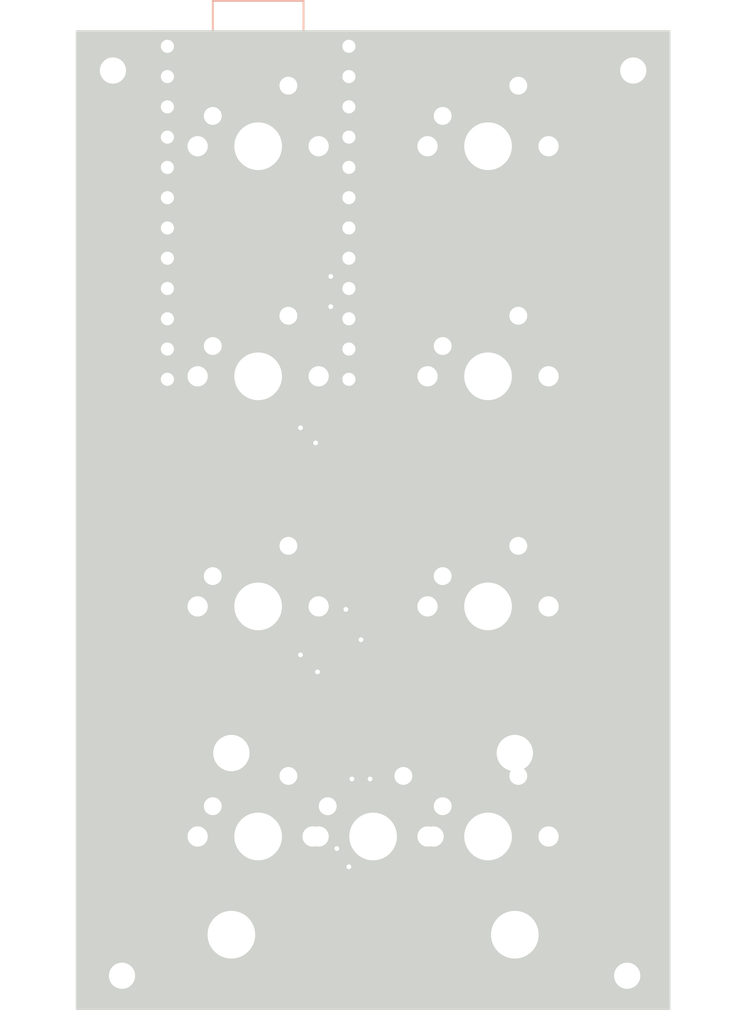
<source format=kicad_pcb>
(kicad_pcb (version 20171130) (host pcbnew "(5.0.1)-3")

  (general
    (thickness 1.6)
    (drawings 8)
    (tracks 159)
    (zones 0)
    (modules 24)
    (nets 34)
  )

  (page A4)
  (layers
    (0 F.Cu signal)
    (31 B.Cu signal)
    (32 B.Adhes user)
    (33 F.Adhes user)
    (34 B.Paste user)
    (35 F.Paste user)
    (36 B.SilkS user)
    (37 F.SilkS user)
    (38 B.Mask user)
    (39 F.Mask user)
    (40 Dwgs.User user)
    (41 Cmts.User user)
    (42 Eco1.User user)
    (43 Eco2.User user)
    (44 Edge.Cuts user hide)
    (45 Margin user)
    (46 B.CrtYd user)
    (47 F.CrtYd user)
    (48 B.Fab user)
    (49 F.Fab user)
  )

  (setup
    (last_trace_width 0.25)
    (trace_clearance 0.2)
    (zone_clearance 0.508)
    (zone_45_only no)
    (trace_min 0.2)
    (segment_width 0.2)
    (edge_width 0.15)
    (via_size 0.8)
    (via_drill 0.4)
    (via_min_size 0.4)
    (via_min_drill 0.3)
    (uvia_size 0.3)
    (uvia_drill 0.1)
    (uvias_allowed no)
    (uvia_min_size 0.2)
    (uvia_min_drill 0.1)
    (pcb_text_width 0.3)
    (pcb_text_size 1.5 1.5)
    (mod_edge_width 0.15)
    (mod_text_size 1 1)
    (mod_text_width 0.15)
    (pad_size 1.524 1.524)
    (pad_drill 0.762)
    (pad_to_mask_clearance 0.051)
    (solder_mask_min_width 0.25)
    (aux_axis_origin 0 0)
    (grid_origin 0.09375 0.09375)
    (visible_elements 7FFFFFFF)
    (pcbplotparams
      (layerselection 0x010fc_ffffffff)
      (usegerberextensions true)
      (usegerberattributes false)
      (usegerberadvancedattributes false)
      (creategerberjobfile false)
      (excludeedgelayer true)
      (linewidth 0.100000)
      (plotframeref false)
      (viasonmask false)
      (mode 1)
      (useauxorigin false)
      (hpglpennumber 1)
      (hpglpenspeed 20)
      (hpglpendiameter 15.000000)
      (psnegative false)
      (psa4output false)
      (plotreference true)
      (plotvalue true)
      (plotinvisibletext false)
      (padsonsilk false)
      (subtractmaskfromsilk false)
      (outputformat 1)
      (mirror false)
      (drillshape 0)
      (scaleselection 1)
      (outputdirectory "8SticcGerber/"))
  )

  (net 0 "")
  (net 1 "Net-(D1-Pad2)")
  (net 2 "Net-(D2-Pad2)")
  (net 3 "Net-(D3-Pad2)")
  (net 4 "Net-(D4-Pad2)")
  (net 5 "Net-(D5-Pad2)")
  (net 6 "Net-(D6-Pad2)")
  (net 7 "Net-(D7-Pad2)")
  (net 8 "Net-(D8-Pad2)")
  (net 9 "Net-(MCU1-Pad1)")
  (net 10 "Net-(MCU1-Pad2)")
  (net 11 "Net-(MCU1-Pad3)")
  (net 12 "Net-(MCU1-Pad4)")
  (net 13 "Net-(MCU1-Pad5)")
  (net 14 "Net-(MCU1-Pad6)")
  (net 15 "Net-(MCU1-Pad13)")
  (net 16 "Net-(MCU1-Pad14)")
  (net 17 "Net-(MCU1-Pad15)")
  (net 18 "Net-(MCU1-Pad16)")
  (net 19 "Net-(MCU1-Pad17)")
  (net 20 "Net-(MCU1-Pad18)")
  (net 21 "Net-(MCU1-Pad19)")
  (net 22 "Net-(MCU1-Pad20)")
  (net 23 "Net-(MCU1-Pad21)")
  (net 24 "Net-(MCU1-Pad22)")
  (net 25 "Net-(MCU1-Pad23)")
  (net 26 "Net-(MCU1-Pad24)")
  (net 27 /ROW0)
  (net 28 /ROW1)
  (net 29 /ROW2)
  (net 30 /ROW3)
  (net 31 /COL0)
  (net 32 "Net-(K2-Pad1)")
  (net 33 "Net-(D9-Pad2)")

  (net_class Default "This is the default net class."
    (clearance 0.2)
    (trace_width 0.25)
    (via_dia 0.8)
    (via_drill 0.4)
    (uvia_dia 0.3)
    (uvia_drill 0.1)
    (add_net /COL0)
    (add_net /ROW0)
    (add_net /ROW1)
    (add_net /ROW2)
    (add_net /ROW3)
    (add_net "Net-(D1-Pad2)")
    (add_net "Net-(D2-Pad2)")
    (add_net "Net-(D3-Pad2)")
    (add_net "Net-(D4-Pad2)")
    (add_net "Net-(D5-Pad2)")
    (add_net "Net-(D6-Pad2)")
    (add_net "Net-(D7-Pad2)")
    (add_net "Net-(D8-Pad2)")
    (add_net "Net-(D9-Pad2)")
    (add_net "Net-(K2-Pad1)")
    (add_net "Net-(MCU1-Pad1)")
    (add_net "Net-(MCU1-Pad13)")
    (add_net "Net-(MCU1-Pad14)")
    (add_net "Net-(MCU1-Pad15)")
    (add_net "Net-(MCU1-Pad16)")
    (add_net "Net-(MCU1-Pad17)")
    (add_net "Net-(MCU1-Pad18)")
    (add_net "Net-(MCU1-Pad19)")
    (add_net "Net-(MCU1-Pad2)")
    (add_net "Net-(MCU1-Pad20)")
    (add_net "Net-(MCU1-Pad21)")
    (add_net "Net-(MCU1-Pad22)")
    (add_net "Net-(MCU1-Pad23)")
    (add_net "Net-(MCU1-Pad24)")
    (add_net "Net-(MCU1-Pad3)")
    (add_net "Net-(MCU1-Pad4)")
    (add_net "Net-(MCU1-Pad5)")
    (add_net "Net-(MCU1-Pad6)")
  )

  (module Button_Switch_Keyboard:SW_Cherry_MX1A_2.00u_PCB (layer F.Cu) (tedit 5A02FE24) (tstamp 5C124979)
    (at 123.02975 128.36375)
    (descr "Cherry MX keyswitch, MX1A, 2.00u, PCB mount, http://cherryamericas.com/wp-content/uploads/2014/12/mx_cat.pdf")
    (tags "cherry mx keyswitch MX1A 2.00u PCB")
    (path /5C05BA91)
    (fp_text reference K9 (at -2.54 -2.794) (layer F.SilkS)
      (effects (font (size 1 1) (thickness 0.15)))
    )
    (fp_text value KEYSW (at -2.54 12.954) (layer F.Fab)
      (effects (font (size 1 1) (thickness 0.15)))
    )
    (fp_text user %R (at -2.54 -2.794) (layer F.Fab)
      (effects (font (size 1 1) (thickness 0.15)))
    )
    (fp_line (start -8.89 -1.27) (end 3.81 -1.27) (layer F.Fab) (width 0.15))
    (fp_line (start 3.81 -1.27) (end 3.81 11.43) (layer F.Fab) (width 0.15))
    (fp_line (start 3.81 11.43) (end -8.89 11.43) (layer F.Fab) (width 0.15))
    (fp_line (start -8.89 11.43) (end -8.89 -1.27) (layer F.Fab) (width 0.15))
    (fp_line (start -9.14 11.68) (end -9.14 -1.52) (layer F.CrtYd) (width 0.05))
    (fp_line (start 4.06 11.68) (end -9.14 11.68) (layer F.CrtYd) (width 0.05))
    (fp_line (start 4.06 -1.52) (end 4.06 11.68) (layer F.CrtYd) (width 0.05))
    (fp_line (start -9.14 -1.52) (end 4.06 -1.52) (layer F.CrtYd) (width 0.05))
    (fp_line (start -21.59 -4.445) (end 16.51 -4.445) (layer Dwgs.User) (width 0.15))
    (fp_line (start 16.51 -4.445) (end 16.51 14.605) (layer Dwgs.User) (width 0.15))
    (fp_line (start 16.51 14.605) (end -21.59 14.605) (layer Dwgs.User) (width 0.15))
    (fp_line (start -21.59 14.605) (end -21.59 -4.445) (layer Dwgs.User) (width 0.15))
    (fp_line (start -9.525 -1.905) (end 4.445 -1.905) (layer F.SilkS) (width 0.12))
    (fp_line (start 4.445 -1.905) (end 4.445 12.065) (layer F.SilkS) (width 0.12))
    (fp_line (start 4.445 12.065) (end -9.525 12.065) (layer F.SilkS) (width 0.12))
    (fp_line (start -9.525 12.065) (end -9.525 -1.905) (layer F.SilkS) (width 0.12))
    (pad 1 thru_hole circle (at 0 0) (size 2.2 2.2) (drill 1.5) (layers *.Cu *.Mask)
      (net 31 /COL0))
    (pad 2 thru_hole circle (at -6.35 2.54) (size 2.2 2.2) (drill 1.5) (layers *.Cu *.Mask)
      (net 33 "Net-(D9-Pad2)"))
    (pad "" np_thru_hole circle (at -2.54 5.08) (size 4 4) (drill 4) (layers *.Cu *.Mask))
    (pad "" np_thru_hole circle (at -7.62 5.08) (size 1.7 1.7) (drill 1.7) (layers *.Cu *.Mask))
    (pad "" np_thru_hole circle (at 2.54 5.08) (size 1.7 1.7) (drill 1.7) (layers *.Cu *.Mask))
    (pad "" np_thru_hole circle (at 9.36 13.32) (size 4 4) (drill 4) (layers *.Cu *.Mask))
    (pad "" np_thru_hole circle (at -14.44 13.32) (size 4 4) (drill 4) (layers *.Cu *.Mask))
    (pad "" np_thru_hole circle (at -14.44 -1.92) (size 3.05 3.05) (drill 3.05) (layers *.Cu *.Mask))
    (pad "" np_thru_hole circle (at 9.36 -1.92) (size 3.05 3.05) (drill 3.05) (layers *.Cu *.Mask))
    (model ${KISYS3DMOD}/Button_Switch_Keyboard.3dshapes/SW_Cherry_MX1A_2.00u_PCB.wrl
      (at (xyz 0 0 0))
      (scale (xyz 1 1 1))
      (rotate (xyz 0 0 0))
    )
  )

  (module keyboard_parts:D_SOD123_hand (layer B.Cu) (tedit 561B6A2C) (tstamp 5C051338)
    (at 130.19275 137.76175)
    (path /5BE6C4AB)
    (attr smd)
    (fp_text reference D8 (at 0 -1.925) (layer B.SilkS)
      (effects (font (size 0.8 0.8) (thickness 0.15)) (justify mirror))
    )
    (fp_text value D (at 0 1.925) (layer B.SilkS) hide
      (effects (font (size 0.8 0.8) (thickness 0.15)) (justify mirror))
    )
    (fp_line (start -3.1 -1.2) (end -3.1 1.2) (layer B.SilkS) (width 0.2))
    (fp_line (start -3 -1.2) (end -3 1.2) (layer B.SilkS) (width 0.2))
    (fp_line (start -2.9 -1.2) (end -2.9 1.2) (layer B.SilkS) (width 0.2))
    (fp_line (start -2.7 -1.2) (end -2.7 1.2) (layer B.SilkS) (width 0.2))
    (fp_line (start -2.8 -1.2) (end -2.8 1.2) (layer B.SilkS) (width 0.2))
    (fp_line (start -3.1 1.2) (end 2.8 1.2) (layer B.SilkS) (width 0.2))
    (fp_line (start 2.8 1.2) (end 2.8 -1.2) (layer B.SilkS) (width 0.2))
    (fp_line (start 2.8 -1.2) (end -3.1 -1.2) (layer B.SilkS) (width 0.2))
    (pad 2 smd rect (at 1.575 0) (size 1.2 1.2) (layers B.Cu B.Paste B.Mask)
      (net 8 "Net-(D8-Pad2)"))
    (pad 1 smd rect (at -1.575 0) (size 1.2 1.2) (layers B.Cu B.Paste B.Mask)
      (net 30 /ROW3))
  )

  (module Button_Switch_SMD:SW_SPST_TL3342 (layer B.Cu) (tedit 5A02FC95) (tstamp 5C05261A)
    (at 105.50375 105.50375)
    (descr "Low-profile SMD Tactile Switch, https://www.e-switch.com/system/asset/product_line/data_sheet/165/TL3342.pdf")
    (tags "SPST Tactile Switch")
    (path /5C05346E)
    (attr smd)
    (fp_text reference SW_RST1 (at 0 3.75) (layer B.SilkS)
      (effects (font (size 1 1) (thickness 0.15)) (justify mirror))
    )
    (fp_text value SW_SPST (at 0 -3.75) (layer B.Fab)
      (effects (font (size 1 1) (thickness 0.15)) (justify mirror))
    )
    (fp_text user %R (at 0 3.75) (layer B.Fab)
      (effects (font (size 1 1) (thickness 0.15)) (justify mirror))
    )
    (fp_line (start 3.2 -2.1) (end 3.2 -1.6) (layer B.Fab) (width 0.1))
    (fp_line (start 3.2 2.1) (end 3.2 1.6) (layer B.Fab) (width 0.1))
    (fp_line (start -3.2 -2.1) (end -3.2 -1.6) (layer B.Fab) (width 0.1))
    (fp_line (start -3.2 2.1) (end -3.2 1.6) (layer B.Fab) (width 0.1))
    (fp_line (start 2.7 2.1) (end 2.7 1.6) (layer B.Fab) (width 0.1))
    (fp_line (start 1.7 2.1) (end 3.2 2.1) (layer B.Fab) (width 0.1))
    (fp_line (start 3.2 1.6) (end 2.2 1.6) (layer B.Fab) (width 0.1))
    (fp_line (start -2.7 2.1) (end -2.7 1.6) (layer B.Fab) (width 0.1))
    (fp_line (start -1.7 2.1) (end -3.2 2.1) (layer B.Fab) (width 0.1))
    (fp_line (start -3.2 1.6) (end -2.2 1.6) (layer B.Fab) (width 0.1))
    (fp_line (start -2.7 -2.1) (end -2.7 -1.6) (layer B.Fab) (width 0.1))
    (fp_line (start -3.2 -1.6) (end -2.2 -1.6) (layer B.Fab) (width 0.1))
    (fp_line (start -1.7 -2.1) (end -3.2 -2.1) (layer B.Fab) (width 0.1))
    (fp_line (start 1.7 -2.1) (end 3.2 -2.1) (layer B.Fab) (width 0.1))
    (fp_line (start 2.7 -2.1) (end 2.7 -1.6) (layer B.Fab) (width 0.1))
    (fp_line (start 3.2 -1.6) (end 2.2 -1.6) (layer B.Fab) (width 0.1))
    (fp_line (start -1.7 -2.3) (end -1.25 -2.75) (layer B.SilkS) (width 0.12))
    (fp_line (start 1.7 -2.3) (end 1.25 -2.75) (layer B.SilkS) (width 0.12))
    (fp_line (start 1.7 2.3) (end 1.25 2.75) (layer B.SilkS) (width 0.12))
    (fp_line (start -1.7 2.3) (end -1.25 2.75) (layer B.SilkS) (width 0.12))
    (fp_line (start -2 1) (end -1 2) (layer B.Fab) (width 0.1))
    (fp_line (start -1 2) (end 1 2) (layer B.Fab) (width 0.1))
    (fp_line (start 1 2) (end 2 1) (layer B.Fab) (width 0.1))
    (fp_line (start 2 1) (end 2 -1) (layer B.Fab) (width 0.1))
    (fp_line (start 2 -1) (end 1 -2) (layer B.Fab) (width 0.1))
    (fp_line (start 1 -2) (end -1 -2) (layer B.Fab) (width 0.1))
    (fp_line (start -1 -2) (end -2 -1) (layer B.Fab) (width 0.1))
    (fp_line (start -2 -1) (end -2 1) (layer B.Fab) (width 0.1))
    (fp_line (start 2.75 1) (end 2.75 -1) (layer B.SilkS) (width 0.12))
    (fp_line (start -1.25 -2.75) (end 1.25 -2.75) (layer B.SilkS) (width 0.12))
    (fp_line (start -2.75 1) (end -2.75 -1) (layer B.SilkS) (width 0.12))
    (fp_line (start -1.25 2.75) (end 1.25 2.75) (layer B.SilkS) (width 0.12))
    (fp_line (start -2.6 1.2) (end -2.6 -1.2) (layer B.Fab) (width 0.1))
    (fp_line (start -2.6 -1.2) (end -1.2 -2.6) (layer B.Fab) (width 0.1))
    (fp_line (start -1.2 -2.6) (end 1.2 -2.6) (layer B.Fab) (width 0.1))
    (fp_line (start 1.2 -2.6) (end 2.6 -1.2) (layer B.Fab) (width 0.1))
    (fp_line (start 2.6 -1.2) (end 2.6 1.2) (layer B.Fab) (width 0.1))
    (fp_line (start 2.6 1.2) (end 1.2 2.6) (layer B.Fab) (width 0.1))
    (fp_line (start 1.2 2.6) (end -1.2 2.6) (layer B.Fab) (width 0.1))
    (fp_line (start -1.2 2.6) (end -2.6 1.2) (layer B.Fab) (width 0.1))
    (fp_line (start -4.25 3) (end 4.25 3) (layer B.CrtYd) (width 0.05))
    (fp_line (start 4.25 3) (end 4.25 -3) (layer B.CrtYd) (width 0.05))
    (fp_line (start 4.25 -3) (end -4.25 -3) (layer B.CrtYd) (width 0.05))
    (fp_line (start -4.25 -3) (end -4.25 3) (layer B.CrtYd) (width 0.05))
    (fp_circle (center 0 0) (end 1 0) (layer B.Fab) (width 0.1))
    (pad 1 smd rect (at -3.15 1.9) (size 1.7 1) (layers B.Cu B.Paste B.Mask)
      (net 25 "Net-(MCU1-Pad23)"))
    (pad 1 smd rect (at 3.15 1.9) (size 1.7 1) (layers B.Cu B.Paste B.Mask)
      (net 25 "Net-(MCU1-Pad23)"))
    (pad 2 smd rect (at -3.15 -1.9) (size 1.7 1) (layers B.Cu B.Paste B.Mask)
      (net 24 "Net-(MCU1-Pad22)"))
    (pad 2 smd rect (at 3.15 -1.9) (size 1.7 1) (layers B.Cu B.Paste B.Mask)
      (net 24 "Net-(MCU1-Pad22)"))
    (model ${KISYS3DMOD}/Button_Switch_SMD.3dshapes/SW_SPST_TL3342.wrl
      (at (xyz 0 0 0))
      (scale (xyz 1 1 1))
      (rotate (xyz 0 0 0))
    )
  )

  (module Button_Switch_Keyboard:SW_Cherry_MX1A_1.00u_PCB (layer F.Cu) (tedit 5A02FE24) (tstamp 5C0CC8CA)
    (at 132.68175 89.75575)
    (descr "Cherry MX keyswitch, MX1A, 1.00u, PCB mount, http://cherryamericas.com/wp-content/uploads/2014/12/mx_cat.pdf")
    (tags "cherry mx keyswitch MX1A 1.00u PCB")
    (path /5BE6B3DB)
    (fp_text reference K4 (at -2.54 -2.794) (layer F.SilkS)
      (effects (font (size 1 1) (thickness 0.15)))
    )
    (fp_text value KEYSW (at -2.54 12.954) (layer F.Fab)
      (effects (font (size 1 1) (thickness 0.15)))
    )
    (fp_line (start -9.525 12.065) (end -9.525 -1.905) (layer F.SilkS) (width 0.12))
    (fp_line (start 4.445 12.065) (end -9.525 12.065) (layer F.SilkS) (width 0.12))
    (fp_line (start 4.445 -1.905) (end 4.445 12.065) (layer F.SilkS) (width 0.12))
    (fp_line (start -9.525 -1.905) (end 4.445 -1.905) (layer F.SilkS) (width 0.12))
    (fp_line (start -12.065 14.605) (end -12.065 -4.445) (layer Dwgs.User) (width 0.15))
    (fp_line (start 6.985 14.605) (end -12.065 14.605) (layer Dwgs.User) (width 0.15))
    (fp_line (start 6.985 -4.445) (end 6.985 14.605) (layer Dwgs.User) (width 0.15))
    (fp_line (start -12.065 -4.445) (end 6.985 -4.445) (layer Dwgs.User) (width 0.15))
    (fp_line (start -9.14 -1.52) (end 4.06 -1.52) (layer F.CrtYd) (width 0.05))
    (fp_line (start 4.06 -1.52) (end 4.06 11.68) (layer F.CrtYd) (width 0.05))
    (fp_line (start 4.06 11.68) (end -9.14 11.68) (layer F.CrtYd) (width 0.05))
    (fp_line (start -9.14 11.68) (end -9.14 -1.52) (layer F.CrtYd) (width 0.05))
    (fp_line (start -8.89 11.43) (end -8.89 -1.27) (layer F.Fab) (width 0.15))
    (fp_line (start 3.81 11.43) (end -8.89 11.43) (layer F.Fab) (width 0.15))
    (fp_line (start 3.81 -1.27) (end 3.81 11.43) (layer F.Fab) (width 0.15))
    (fp_line (start -8.89 -1.27) (end 3.81 -1.27) (layer F.Fab) (width 0.15))
    (fp_text user %R (at -2.54 -2.794) (layer F.Fab)
      (effects (font (size 1 1) (thickness 0.15)))
    )
    (pad "" np_thru_hole circle (at 2.54 5.08) (size 1.7 1.7) (drill 1.7) (layers *.Cu *.Mask))
    (pad "" np_thru_hole circle (at -7.62 5.08) (size 1.7 1.7) (drill 1.7) (layers *.Cu *.Mask))
    (pad "" np_thru_hole circle (at -2.54 5.08) (size 4 4) (drill 4) (layers *.Cu *.Mask))
    (pad 2 thru_hole circle (at -6.35 2.54) (size 2.2 2.2) (drill 1.5) (layers *.Cu *.Mask)
      (net 4 "Net-(D4-Pad2)"))
    (pad 1 thru_hole circle (at 0 0) (size 2.2 2.2) (drill 1.5) (layers *.Cu *.Mask)
      (net 32 "Net-(K2-Pad1)"))
    (model ${KISYS3DMOD}/Button_Switch_Keyboard.3dshapes/SW_Cherry_MX1A_1.00u_PCB.wrl
      (at (xyz 0 0 0))
      (scale (xyz 1 1 1))
      (rotate (xyz 0 0 0))
    )
  )

  (module keyboard_parts:D_SOD123_hand (layer B.Cu) (tedit 561B6A2C) (tstamp 5C051311)
    (at 110.58375 137.50775)
    (path /5BE6C46E)
    (attr smd)
    (fp_text reference D7 (at 0 -1.925) (layer B.SilkS)
      (effects (font (size 0.8 0.8) (thickness 0.15)) (justify mirror))
    )
    (fp_text value D (at 0 1.925) (layer B.SilkS) hide
      (effects (font (size 0.8 0.8) (thickness 0.15)) (justify mirror))
    )
    (fp_line (start 2.8 -1.2) (end -3.1 -1.2) (layer B.SilkS) (width 0.2))
    (fp_line (start 2.8 1.2) (end 2.8 -1.2) (layer B.SilkS) (width 0.2))
    (fp_line (start -3.1 1.2) (end 2.8 1.2) (layer B.SilkS) (width 0.2))
    (fp_line (start -2.8 -1.2) (end -2.8 1.2) (layer B.SilkS) (width 0.2))
    (fp_line (start -2.7 -1.2) (end -2.7 1.2) (layer B.SilkS) (width 0.2))
    (fp_line (start -2.9 -1.2) (end -2.9 1.2) (layer B.SilkS) (width 0.2))
    (fp_line (start -3 -1.2) (end -3 1.2) (layer B.SilkS) (width 0.2))
    (fp_line (start -3.1 -1.2) (end -3.1 1.2) (layer B.SilkS) (width 0.2))
    (pad 1 smd rect (at -1.575 0) (size 1.2 1.2) (layers B.Cu B.Paste B.Mask)
      (net 30 /ROW3))
    (pad 2 smd rect (at 1.575 0) (size 1.2 1.2) (layers B.Cu B.Paste B.Mask)
      (net 7 "Net-(D7-Pad2)"))
  )

  (module Button_Switch_Keyboard:SW_Cherry_MX1A_1.00u_PCB (layer F.Cu) (tedit 5A02FE24) (tstamp 5C0CC915)
    (at 113.37775 128.36375)
    (descr "Cherry MX keyswitch, MX1A, 1.00u, PCB mount, http://cherryamericas.com/wp-content/uploads/2014/12/mx_cat.pdf")
    (tags "cherry mx keyswitch MX1A 1.00u PCB")
    (path /5BE6B77C)
    (fp_text reference K7 (at -2.54 -2.794) (layer F.SilkS)
      (effects (font (size 1 1) (thickness 0.15)))
    )
    (fp_text value KEYSW (at -2.54 12.954) (layer F.Fab)
      (effects (font (size 1 1) (thickness 0.15)))
    )
    (fp_line (start -9.525 12.065) (end -9.525 -1.905) (layer F.SilkS) (width 0.12))
    (fp_line (start 4.445 12.065) (end -9.525 12.065) (layer F.SilkS) (width 0.12))
    (fp_line (start 4.445 -1.905) (end 4.445 12.065) (layer F.SilkS) (width 0.12))
    (fp_line (start -9.525 -1.905) (end 4.445 -1.905) (layer F.SilkS) (width 0.12))
    (fp_line (start -12.065 14.605) (end -12.065 -4.445) (layer Dwgs.User) (width 0.15))
    (fp_line (start 6.985 14.605) (end -12.065 14.605) (layer Dwgs.User) (width 0.15))
    (fp_line (start 6.985 -4.445) (end 6.985 14.605) (layer Dwgs.User) (width 0.15))
    (fp_line (start -12.065 -4.445) (end 6.985 -4.445) (layer Dwgs.User) (width 0.15))
    (fp_line (start -9.14 -1.52) (end 4.06 -1.52) (layer F.CrtYd) (width 0.05))
    (fp_line (start 4.06 -1.52) (end 4.06 11.68) (layer F.CrtYd) (width 0.05))
    (fp_line (start 4.06 11.68) (end -9.14 11.68) (layer F.CrtYd) (width 0.05))
    (fp_line (start -9.14 11.68) (end -9.14 -1.52) (layer F.CrtYd) (width 0.05))
    (fp_line (start -8.89 11.43) (end -8.89 -1.27) (layer F.Fab) (width 0.15))
    (fp_line (start 3.81 11.43) (end -8.89 11.43) (layer F.Fab) (width 0.15))
    (fp_line (start 3.81 -1.27) (end 3.81 11.43) (layer F.Fab) (width 0.15))
    (fp_line (start -8.89 -1.27) (end 3.81 -1.27) (layer F.Fab) (width 0.15))
    (fp_text user %R (at -2.54 -2.794) (layer F.Fab)
      (effects (font (size 1 1) (thickness 0.15)))
    )
    (pad "" np_thru_hole circle (at 2.54 5.08) (size 1.7 1.7) (drill 1.7) (layers *.Cu *.Mask))
    (pad "" np_thru_hole circle (at -7.62 5.08) (size 1.7 1.7) (drill 1.7) (layers *.Cu *.Mask))
    (pad "" np_thru_hole circle (at -2.54 5.08) (size 4 4) (drill 4) (layers *.Cu *.Mask))
    (pad 2 thru_hole circle (at -6.35 2.54) (size 2.2 2.2) (drill 1.5) (layers *.Cu *.Mask)
      (net 7 "Net-(D7-Pad2)"))
    (pad 1 thru_hole circle (at 0 0) (size 2.2 2.2) (drill 1.5) (layers *.Cu *.Mask)
      (net 31 /COL0))
    (model ${KISYS3DMOD}/Button_Switch_Keyboard.3dshapes/SW_Cherry_MX1A_1.00u_PCB.wrl
      (at (xyz 0 0 0))
      (scale (xyz 1 1 1))
      (rotate (xyz 0 0 0))
    )
  )

  (module Button_Switch_Keyboard:SW_Cherry_MX1A_1.00u_PCB (layer F.Cu) (tedit 5A02FE24) (tstamp 5C0CC92E)
    (at 132.68175 128.36375)
    (descr "Cherry MX keyswitch, MX1A, 1.00u, PCB mount, http://cherryamericas.com/wp-content/uploads/2014/12/mx_cat.pdf")
    (tags "cherry mx keyswitch MX1A 1.00u PCB")
    (path /5BE6B7D9)
    (fp_text reference K8 (at -2.54 -2.794) (layer F.SilkS)
      (effects (font (size 1 1) (thickness 0.15)))
    )
    (fp_text value KEYSW (at -2.54 12.954) (layer F.Fab)
      (effects (font (size 1 1) (thickness 0.15)))
    )
    (fp_text user %R (at -2.54 -2.794) (layer F.Fab)
      (effects (font (size 1 1) (thickness 0.15)))
    )
    (fp_line (start -8.89 -1.27) (end 3.81 -1.27) (layer F.Fab) (width 0.15))
    (fp_line (start 3.81 -1.27) (end 3.81 11.43) (layer F.Fab) (width 0.15))
    (fp_line (start 3.81 11.43) (end -8.89 11.43) (layer F.Fab) (width 0.15))
    (fp_line (start -8.89 11.43) (end -8.89 -1.27) (layer F.Fab) (width 0.15))
    (fp_line (start -9.14 11.68) (end -9.14 -1.52) (layer F.CrtYd) (width 0.05))
    (fp_line (start 4.06 11.68) (end -9.14 11.68) (layer F.CrtYd) (width 0.05))
    (fp_line (start 4.06 -1.52) (end 4.06 11.68) (layer F.CrtYd) (width 0.05))
    (fp_line (start -9.14 -1.52) (end 4.06 -1.52) (layer F.CrtYd) (width 0.05))
    (fp_line (start -12.065 -4.445) (end 6.985 -4.445) (layer Dwgs.User) (width 0.15))
    (fp_line (start 6.985 -4.445) (end 6.985 14.605) (layer Dwgs.User) (width 0.15))
    (fp_line (start 6.985 14.605) (end -12.065 14.605) (layer Dwgs.User) (width 0.15))
    (fp_line (start -12.065 14.605) (end -12.065 -4.445) (layer Dwgs.User) (width 0.15))
    (fp_line (start -9.525 -1.905) (end 4.445 -1.905) (layer F.SilkS) (width 0.12))
    (fp_line (start 4.445 -1.905) (end 4.445 12.065) (layer F.SilkS) (width 0.12))
    (fp_line (start 4.445 12.065) (end -9.525 12.065) (layer F.SilkS) (width 0.12))
    (fp_line (start -9.525 12.065) (end -9.525 -1.905) (layer F.SilkS) (width 0.12))
    (pad 1 thru_hole circle (at 0 0) (size 2.2 2.2) (drill 1.5) (layers *.Cu *.Mask)
      (net 32 "Net-(K2-Pad1)"))
    (pad 2 thru_hole circle (at -6.35 2.54) (size 2.2 2.2) (drill 1.5) (layers *.Cu *.Mask)
      (net 8 "Net-(D8-Pad2)"))
    (pad "" np_thru_hole circle (at -2.54 5.08) (size 4 4) (drill 4) (layers *.Cu *.Mask))
    (pad "" np_thru_hole circle (at -7.62 5.08) (size 1.7 1.7) (drill 1.7) (layers *.Cu *.Mask))
    (pad "" np_thru_hole circle (at 2.54 5.08) (size 1.7 1.7) (drill 1.7) (layers *.Cu *.Mask))
    (model ${KISYS3DMOD}/Button_Switch_Keyboard.3dshapes/SW_Cherry_MX1A_1.00u_PCB.wrl
      (at (xyz 0 0 0))
      (scale (xyz 1 1 1))
      (rotate (xyz 0 0 0))
    )
  )

  (module MountingHole:MountingHole_2.2mm_M2 (layer F.Cu) (tedit 5BE6D96A) (tstamp 5C0CD4FB)
    (at 99.40775 145.12775)
    (descr "Mounting Hole 2.2mm, no annular, M2")
    (tags "mounting hole 2.2mm no annular m2")
    (attr virtual)
    (fp_text reference M2 (at 0 -3.2) (layer F.SilkS)
      (effects (font (size 1 1) (thickness 0.15)))
    )
    (fp_text value MountingHole_2.2mm_M2 (at 0 3.2) (layer F.Fab)
      (effects (font (size 1 1) (thickness 0.15)))
    )
    (fp_circle (center 0 0) (end 2.45 0) (layer F.CrtYd) (width 0.05))
    (fp_circle (center 0 0) (end 2.2 0) (layer Cmts.User) (width 0.15))
    (fp_text user %R (at 0.3 0) (layer F.Fab)
      (effects (font (size 1 1) (thickness 0.15)))
    )
    (pad 1 np_thru_hole circle (at 0 0) (size 2.2 2.2) (drill 2.2) (layers *.Cu *.Mask))
  )

  (module MountingHole:MountingHole_2.2mm_M2 (layer F.Cu) (tedit 5BE6D96A) (tstamp 5C0CD4E4)
    (at 141.82575 145.12775)
    (descr "Mounting Hole 2.2mm, no annular, M2")
    (tags "mounting hole 2.2mm no annular m2")
    (attr virtual)
    (fp_text reference M2 (at 0 -3.2) (layer F.SilkS)
      (effects (font (size 1 1) (thickness 0.15)))
    )
    (fp_text value MountingHole_2.2mm_M2 (at 0 3.2) (layer F.Fab)
      (effects (font (size 1 1) (thickness 0.15)))
    )
    (fp_text user %R (at 0.3 0) (layer F.Fab)
      (effects (font (size 1 1) (thickness 0.15)))
    )
    (fp_circle (center 0 0) (end 2.2 0) (layer Cmts.User) (width 0.15))
    (fp_circle (center 0 0) (end 2.45 0) (layer F.CrtYd) (width 0.05))
    (pad 1 np_thru_hole circle (at 0 0) (size 2.2 2.2) (drill 2.2) (layers *.Cu *.Mask))
  )

  (module keyboard_parts:D_SOD123_hand (layer B.Cu) (tedit 561B6A2C) (tstamp 5BE6D151)
    (at 110.83775 81.37375)
    (path /5BE6C190)
    (attr smd)
    (fp_text reference D1 (at 0 -1.925) (layer B.SilkS)
      (effects (font (size 0.8 0.8) (thickness 0.15)) (justify mirror))
    )
    (fp_text value D (at 0 1.925) (layer B.SilkS) hide
      (effects (font (size 0.8 0.8) (thickness 0.15)) (justify mirror))
    )
    (fp_line (start 2.8 -1.2) (end -3.1 -1.2) (layer B.SilkS) (width 0.2))
    (fp_line (start 2.8 1.2) (end 2.8 -1.2) (layer B.SilkS) (width 0.2))
    (fp_line (start -3.1 1.2) (end 2.8 1.2) (layer B.SilkS) (width 0.2))
    (fp_line (start -2.8 -1.2) (end -2.8 1.2) (layer B.SilkS) (width 0.2))
    (fp_line (start -2.7 -1.2) (end -2.7 1.2) (layer B.SilkS) (width 0.2))
    (fp_line (start -2.9 -1.2) (end -2.9 1.2) (layer B.SilkS) (width 0.2))
    (fp_line (start -3 -1.2) (end -3 1.2) (layer B.SilkS) (width 0.2))
    (fp_line (start -3.1 -1.2) (end -3.1 1.2) (layer B.SilkS) (width 0.2))
    (pad 1 smd rect (at -1.575 0) (size 1.2 1.2) (layers B.Cu B.Paste B.Mask)
      (net 27 /ROW0))
    (pad 2 smd rect (at 1.575 0) (size 1.2 1.2) (layers B.Cu B.Paste B.Mask)
      (net 1 "Net-(D1-Pad2)"))
  )

  (module keyboard_parts:D_SOD123_hand (layer B.Cu) (tedit 561B6A2C) (tstamp 5BE6D15F)
    (at 129.88775 81.37375)
    (path /5BE6C28C)
    (attr smd)
    (fp_text reference D2 (at 0 -1.925) (layer B.SilkS)
      (effects (font (size 0.8 0.8) (thickness 0.15)) (justify mirror))
    )
    (fp_text value D (at 0 1.925) (layer B.SilkS) hide
      (effects (font (size 0.8 0.8) (thickness 0.15)) (justify mirror))
    )
    (fp_line (start -3.1 -1.2) (end -3.1 1.2) (layer B.SilkS) (width 0.2))
    (fp_line (start -3 -1.2) (end -3 1.2) (layer B.SilkS) (width 0.2))
    (fp_line (start -2.9 -1.2) (end -2.9 1.2) (layer B.SilkS) (width 0.2))
    (fp_line (start -2.7 -1.2) (end -2.7 1.2) (layer B.SilkS) (width 0.2))
    (fp_line (start -2.8 -1.2) (end -2.8 1.2) (layer B.SilkS) (width 0.2))
    (fp_line (start -3.1 1.2) (end 2.8 1.2) (layer B.SilkS) (width 0.2))
    (fp_line (start 2.8 1.2) (end 2.8 -1.2) (layer B.SilkS) (width 0.2))
    (fp_line (start 2.8 -1.2) (end -3.1 -1.2) (layer B.SilkS) (width 0.2))
    (pad 2 smd rect (at 1.575 0) (size 1.2 1.2) (layers B.Cu B.Paste B.Mask)
      (net 2 "Net-(D2-Pad2)"))
    (pad 1 smd rect (at -1.575 0) (size 1.2 1.2) (layers B.Cu B.Paste B.Mask)
      (net 27 /ROW0))
  )

  (module keyboard_parts:D_SOD123_hand (layer B.Cu) (tedit 561B6A2C) (tstamp 5BE6D16D)
    (at 110.83775 100.67775)
    (path /5BE6C2F7)
    (attr smd)
    (fp_text reference D3 (at 0 -1.925) (layer B.SilkS)
      (effects (font (size 0.8 0.8) (thickness 0.15)) (justify mirror))
    )
    (fp_text value D (at 0 1.925) (layer B.SilkS) hide
      (effects (font (size 0.8 0.8) (thickness 0.15)) (justify mirror))
    )
    (fp_line (start 2.8 -1.2) (end -3.1 -1.2) (layer B.SilkS) (width 0.2))
    (fp_line (start 2.8 1.2) (end 2.8 -1.2) (layer B.SilkS) (width 0.2))
    (fp_line (start -3.1 1.2) (end 2.8 1.2) (layer B.SilkS) (width 0.2))
    (fp_line (start -2.8 -1.2) (end -2.8 1.2) (layer B.SilkS) (width 0.2))
    (fp_line (start -2.7 -1.2) (end -2.7 1.2) (layer B.SilkS) (width 0.2))
    (fp_line (start -2.9 -1.2) (end -2.9 1.2) (layer B.SilkS) (width 0.2))
    (fp_line (start -3 -1.2) (end -3 1.2) (layer B.SilkS) (width 0.2))
    (fp_line (start -3.1 -1.2) (end -3.1 1.2) (layer B.SilkS) (width 0.2))
    (pad 1 smd rect (at -1.575 0) (size 1.2 1.2) (layers B.Cu B.Paste B.Mask)
      (net 28 /ROW1))
    (pad 2 smd rect (at 1.575 0) (size 1.2 1.2) (layers B.Cu B.Paste B.Mask)
      (net 3 "Net-(D3-Pad2)"))
  )

  (module keyboard_parts:D_SOD123_hand (layer B.Cu) (tedit 561B6A2C) (tstamp 5BE6D17B)
    (at 130.39575 100.67775)
    (path /5BE6C338)
    (attr smd)
    (fp_text reference D4 (at 0 -1.925) (layer B.SilkS)
      (effects (font (size 0.8 0.8) (thickness 0.15)) (justify mirror))
    )
    (fp_text value D (at 0 1.925) (layer B.SilkS) hide
      (effects (font (size 0.8 0.8) (thickness 0.15)) (justify mirror))
    )
    (fp_line (start -3.1 -1.2) (end -3.1 1.2) (layer B.SilkS) (width 0.2))
    (fp_line (start -3 -1.2) (end -3 1.2) (layer B.SilkS) (width 0.2))
    (fp_line (start -2.9 -1.2) (end -2.9 1.2) (layer B.SilkS) (width 0.2))
    (fp_line (start -2.7 -1.2) (end -2.7 1.2) (layer B.SilkS) (width 0.2))
    (fp_line (start -2.8 -1.2) (end -2.8 1.2) (layer B.SilkS) (width 0.2))
    (fp_line (start -3.1 1.2) (end 2.8 1.2) (layer B.SilkS) (width 0.2))
    (fp_line (start 2.8 1.2) (end 2.8 -1.2) (layer B.SilkS) (width 0.2))
    (fp_line (start 2.8 -1.2) (end -3.1 -1.2) (layer B.SilkS) (width 0.2))
    (pad 2 smd rect (at 1.575 0) (size 1.2 1.2) (layers B.Cu B.Paste B.Mask)
      (net 4 "Net-(D4-Pad2)"))
    (pad 1 smd rect (at -1.575 0) (size 1.2 1.2) (layers B.Cu B.Paste B.Mask)
      (net 28 /ROW1))
  )

  (module keyboard_parts:D_SOD123_hand (layer B.Cu) (tedit 561B6A2C) (tstamp 5C05135F)
    (at 111.09175 119.98175)
    (path /5BE6C3B3)
    (attr smd)
    (fp_text reference D5 (at 0 -1.925) (layer B.SilkS)
      (effects (font (size 0.8 0.8) (thickness 0.15)) (justify mirror))
    )
    (fp_text value D (at 0 1.925) (layer B.SilkS) hide
      (effects (font (size 0.8 0.8) (thickness 0.15)) (justify mirror))
    )
    (fp_line (start 2.8 -1.2) (end -3.1 -1.2) (layer B.SilkS) (width 0.2))
    (fp_line (start 2.8 1.2) (end 2.8 -1.2) (layer B.SilkS) (width 0.2))
    (fp_line (start -3.1 1.2) (end 2.8 1.2) (layer B.SilkS) (width 0.2))
    (fp_line (start -2.8 -1.2) (end -2.8 1.2) (layer B.SilkS) (width 0.2))
    (fp_line (start -2.7 -1.2) (end -2.7 1.2) (layer B.SilkS) (width 0.2))
    (fp_line (start -2.9 -1.2) (end -2.9 1.2) (layer B.SilkS) (width 0.2))
    (fp_line (start -3 -1.2) (end -3 1.2) (layer B.SilkS) (width 0.2))
    (fp_line (start -3.1 -1.2) (end -3.1 1.2) (layer B.SilkS) (width 0.2))
    (pad 1 smd rect (at -1.575 0) (size 1.2 1.2) (layers B.Cu B.Paste B.Mask)
      (net 29 /ROW2))
    (pad 2 smd rect (at 1.575 0) (size 1.2 1.2) (layers B.Cu B.Paste B.Mask)
      (net 5 "Net-(D5-Pad2)"))
  )

  (module keyboard_parts:D_SOD123_hand (layer B.Cu) (tedit 561B6A2C) (tstamp 5C0512EA)
    (at 130.64975 119.98175)
    (path /5BE6C3EB)
    (attr smd)
    (fp_text reference D6 (at 0 -1.925) (layer B.SilkS)
      (effects (font (size 0.8 0.8) (thickness 0.15)) (justify mirror))
    )
    (fp_text value D (at 0 1.925) (layer B.SilkS) hide
      (effects (font (size 0.8 0.8) (thickness 0.15)) (justify mirror))
    )
    (fp_line (start -3.1 -1.2) (end -3.1 1.2) (layer B.SilkS) (width 0.2))
    (fp_line (start -3 -1.2) (end -3 1.2) (layer B.SilkS) (width 0.2))
    (fp_line (start -2.9 -1.2) (end -2.9 1.2) (layer B.SilkS) (width 0.2))
    (fp_line (start -2.7 -1.2) (end -2.7 1.2) (layer B.SilkS) (width 0.2))
    (fp_line (start -2.8 -1.2) (end -2.8 1.2) (layer B.SilkS) (width 0.2))
    (fp_line (start -3.1 1.2) (end 2.8 1.2) (layer B.SilkS) (width 0.2))
    (fp_line (start 2.8 1.2) (end 2.8 -1.2) (layer B.SilkS) (width 0.2))
    (fp_line (start 2.8 -1.2) (end -3.1 -1.2) (layer B.SilkS) (width 0.2))
    (pad 2 smd rect (at 1.575 0) (size 1.2 1.2) (layers B.Cu B.Paste B.Mask)
      (net 6 "Net-(D6-Pad2)"))
    (pad 1 smd rect (at -1.575 0) (size 1.2 1.2) (layers B.Cu B.Paste B.Mask)
      (net 29 /ROW2))
  )

  (module promicro:ProMicro (layer B.Cu) (tedit 5A06A962) (tstamp 5BE6D307)
    (at 110.83775 81.11975 270)
    (descr "Pro Micro footprint")
    (tags "promicro ProMicro")
    (path /5BE6AED5)
    (fp_text reference MCU1 (at 0 10.16 270) (layer B.SilkS) hide
      (effects (font (size 1 1) (thickness 0.15)) (justify mirror))
    )
    (fp_text value ProMicro (at 0 -10.16 270) (layer B.Fab)
      (effects (font (size 1 1) (thickness 0.15)) (justify mirror))
    )
    (fp_line (start 15.24 8.89) (end 15.24 -8.89) (layer F.SilkS) (width 0.15))
    (fp_line (start 15.24 -8.89) (end -15.24 -8.89) (layer F.SilkS) (width 0.15))
    (fp_line (start -15.24 -8.89) (end -15.24 -3.81) (layer F.SilkS) (width 0.15))
    (fp_line (start -15.24 -3.81) (end -17.78 -3.81) (layer F.SilkS) (width 0.15))
    (fp_line (start -17.78 -3.81) (end -17.78 3.81) (layer F.SilkS) (width 0.15))
    (fp_line (start -17.78 3.81) (end -15.24 3.81) (layer F.SilkS) (width 0.15))
    (fp_line (start -15.24 3.81) (end -15.24 8.89) (layer F.SilkS) (width 0.15))
    (fp_line (start -15.24 8.89) (end 15.24 8.89) (layer F.SilkS) (width 0.15))
    (fp_line (start -15.24 -8.89) (end 15.24 -8.89) (layer B.SilkS) (width 0.15))
    (fp_line (start -15.24 -8.89) (end -15.24 -3.81) (layer B.SilkS) (width 0.15))
    (fp_line (start -15.24 -3.81) (end -17.78 -3.81) (layer B.SilkS) (width 0.15))
    (fp_line (start -17.78 -3.81) (end -17.78 3.81) (layer B.SilkS) (width 0.15))
    (fp_line (start -17.78 3.81) (end -15.24 3.81) (layer B.SilkS) (width 0.15))
    (fp_line (start -15.24 3.81) (end -15.24 8.89) (layer B.SilkS) (width 0.15))
    (fp_line (start -15.24 8.89) (end 15.24 8.89) (layer B.SilkS) (width 0.15))
    (fp_line (start 15.24 8.89) (end 15.24 -8.89) (layer B.SilkS) (width 0.15))
    (pad 1 thru_hole rect (at -13.97 -7.62 270) (size 1.6 1.6) (drill 1.1) (layers *.Cu *.Mask B.SilkS)
      (net 9 "Net-(MCU1-Pad1)"))
    (pad 2 thru_hole circle (at -11.43 -7.62 270) (size 1.6 1.6) (drill 1.1) (layers *.Cu *.Mask B.SilkS)
      (net 10 "Net-(MCU1-Pad2)"))
    (pad 3 thru_hole circle (at -8.89 -7.62 270) (size 1.6 1.6) (drill 1.1) (layers *.Cu *.Mask B.SilkS)
      (net 11 "Net-(MCU1-Pad3)"))
    (pad 4 thru_hole circle (at -6.35 -7.62 270) (size 1.6 1.6) (drill 1.1) (layers *.Cu *.Mask B.SilkS)
      (net 12 "Net-(MCU1-Pad4)"))
    (pad 5 thru_hole circle (at -3.81 -7.62 270) (size 1.6 1.6) (drill 1.1) (layers *.Cu *.Mask B.SilkS)
      (net 13 "Net-(MCU1-Pad5)"))
    (pad 6 thru_hole circle (at -1.27 -7.62 270) (size 1.6 1.6) (drill 1.1) (layers *.Cu *.Mask B.SilkS)
      (net 14 "Net-(MCU1-Pad6)"))
    (pad 7 thru_hole circle (at 1.27 -7.62 270) (size 1.6 1.6) (drill 1.1) (layers *.Cu *.Mask B.SilkS)
      (net 32 "Net-(K2-Pad1)"))
    (pad 8 thru_hole circle (at 3.81 -7.62 270) (size 1.6 1.6) (drill 1.1) (layers *.Cu *.Mask B.SilkS)
      (net 31 /COL0))
    (pad 9 thru_hole circle (at 6.35 -7.62 270) (size 1.6 1.6) (drill 1.1) (layers *.Cu *.Mask B.SilkS)
      (net 27 /ROW0))
    (pad 10 thru_hole circle (at 8.89 -7.62 270) (size 1.6 1.6) (drill 1.1) (layers *.Cu *.Mask B.SilkS)
      (net 28 /ROW1))
    (pad 11 thru_hole circle (at 11.43 -7.62 270) (size 1.6 1.6) (drill 1.1) (layers *.Cu *.Mask B.SilkS)
      (net 29 /ROW2))
    (pad 12 thru_hole circle (at 13.97 -7.62 270) (size 1.6 1.6) (drill 1.1) (layers *.Cu *.Mask B.SilkS)
      (net 30 /ROW3))
    (pad 13 thru_hole circle (at 13.97 7.62 270) (size 1.6 1.6) (drill 1.1) (layers *.Cu *.Mask B.SilkS)
      (net 15 "Net-(MCU1-Pad13)"))
    (pad 14 thru_hole circle (at 11.43 7.62 270) (size 1.6 1.6) (drill 1.1) (layers *.Cu *.Mask B.SilkS)
      (net 16 "Net-(MCU1-Pad14)"))
    (pad 15 thru_hole circle (at 8.89 7.62 270) (size 1.6 1.6) (drill 1.1) (layers *.Cu *.Mask B.SilkS)
      (net 17 "Net-(MCU1-Pad15)"))
    (pad 16 thru_hole circle (at 6.35 7.62 270) (size 1.6 1.6) (drill 1.1) (layers *.Cu *.Mask B.SilkS)
      (net 18 "Net-(MCU1-Pad16)"))
    (pad 17 thru_hole circle (at 3.81 7.62 270) (size 1.6 1.6) (drill 1.1) (layers *.Cu *.Mask B.SilkS)
      (net 19 "Net-(MCU1-Pad17)"))
    (pad 18 thru_hole circle (at 1.27 7.62 270) (size 1.6 1.6) (drill 1.1) (layers *.Cu *.Mask B.SilkS)
      (net 20 "Net-(MCU1-Pad18)"))
    (pad 19 thru_hole circle (at -1.27 7.62 270) (size 1.6 1.6) (drill 1.1) (layers *.Cu *.Mask B.SilkS)
      (net 21 "Net-(MCU1-Pad19)"))
    (pad 20 thru_hole circle (at -3.81 7.62 270) (size 1.6 1.6) (drill 1.1) (layers *.Cu *.Mask B.SilkS)
      (net 22 "Net-(MCU1-Pad20)"))
    (pad 21 thru_hole circle (at -6.35 7.62 270) (size 1.6 1.6) (drill 1.1) (layers *.Cu *.Mask B.SilkS)
      (net 23 "Net-(MCU1-Pad21)"))
    (pad 22 thru_hole circle (at -8.89 7.62 270) (size 1.6 1.6) (drill 1.1) (layers *.Cu *.Mask B.SilkS)
      (net 24 "Net-(MCU1-Pad22)"))
    (pad 23 thru_hole circle (at -11.43 7.62 270) (size 1.6 1.6) (drill 1.1) (layers *.Cu *.Mask B.SilkS)
      (net 25 "Net-(MCU1-Pad23)"))
    (pad 24 thru_hole circle (at -13.97 7.62 270) (size 1.6 1.6) (drill 1.1) (layers *.Cu *.Mask B.SilkS)
      (net 26 "Net-(MCU1-Pad24)"))
  )

  (module MountingHole:MountingHole_2.2mm_M2 (layer F.Cu) (tedit 5BE6D96A) (tstamp 5BF3629E)
    (at 142.33375 69.18175)
    (descr "Mounting Hole 2.2mm, no annular, M2")
    (tags "mounting hole 2.2mm no annular m2")
    (attr virtual)
    (fp_text reference M2 (at 0 3.302) (layer F.SilkS)
      (effects (font (size 1 1) (thickness 0.15)))
    )
    (fp_text value MountingHole_2.2mm_M2 (at 0 3.2) (layer F.Fab)
      (effects (font (size 1 1) (thickness 0.15)))
    )
    (fp_circle (center 0 0) (end 2.45 0) (layer F.CrtYd) (width 0.05))
    (fp_circle (center 0 0) (end 2.2 0) (layer Cmts.User) (width 0.15))
    (fp_text user %R (at 0.3 0) (layer F.Fab)
      (effects (font (size 1 1) (thickness 0.15)))
    )
    (pad 1 np_thru_hole circle (at 0 0) (size 2.2 2.2) (drill 2.2) (layers *.Cu *.Mask))
  )

  (module MountingHole:MountingHole_2.2mm_M2 (layer F.Cu) (tedit 5C05257D) (tstamp 5BF362B4)
    (at 98.64575 69.18175)
    (descr "Mounting Hole 2.2mm, no annular, M2")
    (tags "mounting hole 2.2mm no annular m2")
    (attr virtual)
    (fp_text reference M2 (at 0 3.302) (layer F.SilkS)
      (effects (font (size 1 1) (thickness 0.15)))
    )
    (fp_text value MountingHole_2.2mm_M2 (at 0 3.2) (layer F.Fab)
      (effects (font (size 1 1) (thickness 0.15)))
    )
    (fp_circle (center 0 0) (end 2.45 0) (layer F.CrtYd) (width 0.05))
    (fp_circle (center 0 0) (end 2.2 0) (layer Cmts.User) (width 0.15))
    (fp_text user %R (at 0.3 0) (layer F.Fab)
      (effects (font (size 1 1) (thickness 0.15)))
    )
    (pad 1 np_thru_hole circle (at 0 0) (size 2.2 2.2) (drill 2.2) (layers *.Cu *.Mask))
  )

  (module Button_Switch_Keyboard:SW_Cherry_MX1A_1.00u_PCB (layer F.Cu) (tedit 5A02FE24) (tstamp 5C0CC87F)
    (at 113.37775 70.45175)
    (descr "Cherry MX keyswitch, MX1A, 1.00u, PCB mount, http://cherryamericas.com/wp-content/uploads/2014/12/mx_cat.pdf")
    (tags "cherry mx keyswitch MX1A 1.00u PCB")
    (path /5BE6B21F)
    (fp_text reference K1 (at -2.54 -2.794) (layer F.SilkS)
      (effects (font (size 1 1) (thickness 0.15)))
    )
    (fp_text value KEYSW (at -2.54 12.954) (layer F.Fab)
      (effects (font (size 1 1) (thickness 0.15)))
    )
    (fp_line (start -9.525 12.065) (end -9.525 -1.905) (layer F.SilkS) (width 0.12))
    (fp_line (start 4.445 12.065) (end -9.525 12.065) (layer F.SilkS) (width 0.12))
    (fp_line (start 4.445 -1.905) (end 4.445 12.065) (layer F.SilkS) (width 0.12))
    (fp_line (start -9.525 -1.905) (end 4.445 -1.905) (layer F.SilkS) (width 0.12))
    (fp_line (start -12.065 14.605) (end -12.065 -4.445) (layer Dwgs.User) (width 0.15))
    (fp_line (start 6.985 14.605) (end -12.065 14.605) (layer Dwgs.User) (width 0.15))
    (fp_line (start 6.985 -4.445) (end 6.985 14.605) (layer Dwgs.User) (width 0.15))
    (fp_line (start -12.065 -4.445) (end 6.985 -4.445) (layer Dwgs.User) (width 0.15))
    (fp_line (start -9.14 -1.52) (end 4.06 -1.52) (layer F.CrtYd) (width 0.05))
    (fp_line (start 4.06 -1.52) (end 4.06 11.68) (layer F.CrtYd) (width 0.05))
    (fp_line (start 4.06 11.68) (end -9.14 11.68) (layer F.CrtYd) (width 0.05))
    (fp_line (start -9.14 11.68) (end -9.14 -1.52) (layer F.CrtYd) (width 0.05))
    (fp_line (start -8.89 11.43) (end -8.89 -1.27) (layer F.Fab) (width 0.15))
    (fp_line (start 3.81 11.43) (end -8.89 11.43) (layer F.Fab) (width 0.15))
    (fp_line (start 3.81 -1.27) (end 3.81 11.43) (layer F.Fab) (width 0.15))
    (fp_line (start -8.89 -1.27) (end 3.81 -1.27) (layer F.Fab) (width 0.15))
    (fp_text user %R (at -2.54 -2.794) (layer F.Fab)
      (effects (font (size 1 1) (thickness 0.15)))
    )
    (pad "" np_thru_hole circle (at 2.54 5.08) (size 1.7 1.7) (drill 1.7) (layers *.Cu *.Mask))
    (pad "" np_thru_hole circle (at -7.62 5.08) (size 1.7 1.7) (drill 1.7) (layers *.Cu *.Mask))
    (pad "" np_thru_hole circle (at -2.54 5.08) (size 4 4) (drill 4) (layers *.Cu *.Mask))
    (pad 2 thru_hole circle (at -6.35 2.54) (size 2.2 2.2) (drill 1.5) (layers *.Cu *.Mask)
      (net 1 "Net-(D1-Pad2)"))
    (pad 1 thru_hole circle (at 0 0) (size 2.2 2.2) (drill 1.5) (layers *.Cu *.Mask)
      (net 31 /COL0))
    (model ${KISYS3DMOD}/Button_Switch_Keyboard.3dshapes/SW_Cherry_MX1A_1.00u_PCB.wrl
      (at (xyz 0 0 0))
      (scale (xyz 1 1 1))
      (rotate (xyz 0 0 0))
    )
  )

  (module Button_Switch_Keyboard:SW_Cherry_MX1A_1.00u_PCB (layer F.Cu) (tedit 5A02FE24) (tstamp 5C0CC898)
    (at 132.68175 70.45175)
    (descr "Cherry MX keyswitch, MX1A, 1.00u, PCB mount, http://cherryamericas.com/wp-content/uploads/2014/12/mx_cat.pdf")
    (tags "cherry mx keyswitch MX1A 1.00u PCB")
    (path /5BE6B394)
    (fp_text reference K2 (at -2.54 -2.794) (layer F.SilkS)
      (effects (font (size 1 1) (thickness 0.15)))
    )
    (fp_text value KEYSW (at -2.54 12.954) (layer F.Fab)
      (effects (font (size 1 1) (thickness 0.15)))
    )
    (fp_text user %R (at -2.54 -2.794) (layer F.Fab)
      (effects (font (size 1 1) (thickness 0.15)))
    )
    (fp_line (start -8.89 -1.27) (end 3.81 -1.27) (layer F.Fab) (width 0.15))
    (fp_line (start 3.81 -1.27) (end 3.81 11.43) (layer F.Fab) (width 0.15))
    (fp_line (start 3.81 11.43) (end -8.89 11.43) (layer F.Fab) (width 0.15))
    (fp_line (start -8.89 11.43) (end -8.89 -1.27) (layer F.Fab) (width 0.15))
    (fp_line (start -9.14 11.68) (end -9.14 -1.52) (layer F.CrtYd) (width 0.05))
    (fp_line (start 4.06 11.68) (end -9.14 11.68) (layer F.CrtYd) (width 0.05))
    (fp_line (start 4.06 -1.52) (end 4.06 11.68) (layer F.CrtYd) (width 0.05))
    (fp_line (start -9.14 -1.52) (end 4.06 -1.52) (layer F.CrtYd) (width 0.05))
    (fp_line (start -12.065 -4.445) (end 6.985 -4.445) (layer Dwgs.User) (width 0.15))
    (fp_line (start 6.985 -4.445) (end 6.985 14.605) (layer Dwgs.User) (width 0.15))
    (fp_line (start 6.985 14.605) (end -12.065 14.605) (layer Dwgs.User) (width 0.15))
    (fp_line (start -12.065 14.605) (end -12.065 -4.445) (layer Dwgs.User) (width 0.15))
    (fp_line (start -9.525 -1.905) (end 4.445 -1.905) (layer F.SilkS) (width 0.12))
    (fp_line (start 4.445 -1.905) (end 4.445 12.065) (layer F.SilkS) (width 0.12))
    (fp_line (start 4.445 12.065) (end -9.525 12.065) (layer F.SilkS) (width 0.12))
    (fp_line (start -9.525 12.065) (end -9.525 -1.905) (layer F.SilkS) (width 0.12))
    (pad 1 thru_hole circle (at 0 0) (size 2.2 2.2) (drill 1.5) (layers *.Cu *.Mask)
      (net 32 "Net-(K2-Pad1)"))
    (pad 2 thru_hole circle (at -6.35 2.54) (size 2.2 2.2) (drill 1.5) (layers *.Cu *.Mask)
      (net 2 "Net-(D2-Pad2)"))
    (pad "" np_thru_hole circle (at -2.54 5.08) (size 4 4) (drill 4) (layers *.Cu *.Mask))
    (pad "" np_thru_hole circle (at -7.62 5.08) (size 1.7 1.7) (drill 1.7) (layers *.Cu *.Mask))
    (pad "" np_thru_hole circle (at 2.54 5.08) (size 1.7 1.7) (drill 1.7) (layers *.Cu *.Mask))
    (model ${KISYS3DMOD}/Button_Switch_Keyboard.3dshapes/SW_Cherry_MX1A_1.00u_PCB.wrl
      (at (xyz 0 0 0))
      (scale (xyz 1 1 1))
      (rotate (xyz 0 0 0))
    )
  )

  (module Button_Switch_Keyboard:SW_Cherry_MX1A_1.00u_PCB (layer F.Cu) (tedit 5A02FE24) (tstamp 5C0CC8B1)
    (at 113.37775 89.75575)
    (descr "Cherry MX keyswitch, MX1A, 1.00u, PCB mount, http://cherryamericas.com/wp-content/uploads/2014/12/mx_cat.pdf")
    (tags "cherry mx keyswitch MX1A 1.00u PCB")
    (path /5BE6B2B0)
    (fp_text reference K3 (at -2.54 -2.794) (layer F.SilkS)
      (effects (font (size 1 1) (thickness 0.15)))
    )
    (fp_text value KEYSW (at -2.54 12.954) (layer F.Fab)
      (effects (font (size 1 1) (thickness 0.15)))
    )
    (fp_text user %R (at -2.54 -2.794) (layer F.Fab)
      (effects (font (size 1 1) (thickness 0.15)))
    )
    (fp_line (start -8.89 -1.27) (end 3.81 -1.27) (layer F.Fab) (width 0.15))
    (fp_line (start 3.81 -1.27) (end 3.81 11.43) (layer F.Fab) (width 0.15))
    (fp_line (start 3.81 11.43) (end -8.89 11.43) (layer F.Fab) (width 0.15))
    (fp_line (start -8.89 11.43) (end -8.89 -1.27) (layer F.Fab) (width 0.15))
    (fp_line (start -9.14 11.68) (end -9.14 -1.52) (layer F.CrtYd) (width 0.05))
    (fp_line (start 4.06 11.68) (end -9.14 11.68) (layer F.CrtYd) (width 0.05))
    (fp_line (start 4.06 -1.52) (end 4.06 11.68) (layer F.CrtYd) (width 0.05))
    (fp_line (start -9.14 -1.52) (end 4.06 -1.52) (layer F.CrtYd) (width 0.05))
    (fp_line (start -12.065 -4.445) (end 6.985 -4.445) (layer Dwgs.User) (width 0.15))
    (fp_line (start 6.985 -4.445) (end 6.985 14.605) (layer Dwgs.User) (width 0.15))
    (fp_line (start 6.985 14.605) (end -12.065 14.605) (layer Dwgs.User) (width 0.15))
    (fp_line (start -12.065 14.605) (end -12.065 -4.445) (layer Dwgs.User) (width 0.15))
    (fp_line (start -9.525 -1.905) (end 4.445 -1.905) (layer F.SilkS) (width 0.12))
    (fp_line (start 4.445 -1.905) (end 4.445 12.065) (layer F.SilkS) (width 0.12))
    (fp_line (start 4.445 12.065) (end -9.525 12.065) (layer F.SilkS) (width 0.12))
    (fp_line (start -9.525 12.065) (end -9.525 -1.905) (layer F.SilkS) (width 0.12))
    (pad 1 thru_hole circle (at 0 0) (size 2.2 2.2) (drill 1.5) (layers *.Cu *.Mask)
      (net 31 /COL0))
    (pad 2 thru_hole circle (at -6.35 2.54) (size 2.2 2.2) (drill 1.5) (layers *.Cu *.Mask)
      (net 3 "Net-(D3-Pad2)"))
    (pad "" np_thru_hole circle (at -2.54 5.08) (size 4 4) (drill 4) (layers *.Cu *.Mask))
    (pad "" np_thru_hole circle (at -7.62 5.08) (size 1.7 1.7) (drill 1.7) (layers *.Cu *.Mask))
    (pad "" np_thru_hole circle (at 2.54 5.08) (size 1.7 1.7) (drill 1.7) (layers *.Cu *.Mask))
    (model ${KISYS3DMOD}/Button_Switch_Keyboard.3dshapes/SW_Cherry_MX1A_1.00u_PCB.wrl
      (at (xyz 0 0 0))
      (scale (xyz 1 1 1))
      (rotate (xyz 0 0 0))
    )
  )

  (module Button_Switch_Keyboard:SW_Cherry_MX1A_1.00u_PCB (layer F.Cu) (tedit 5A02FE24) (tstamp 5C0CC8E3)
    (at 113.37775 109.05975)
    (descr "Cherry MX keyswitch, MX1A, 1.00u, PCB mount, http://cherryamericas.com/wp-content/uploads/2014/12/mx_cat.pdf")
    (tags "cherry mx keyswitch MX1A 1.00u PCB")
    (path /5BE6B6F1)
    (fp_text reference K5 (at -2.54 -2.794) (layer F.SilkS)
      (effects (font (size 1 1) (thickness 0.15)))
    )
    (fp_text value KEYSW (at -2.54 12.954) (layer F.Fab)
      (effects (font (size 1 1) (thickness 0.15)))
    )
    (fp_text user %R (at -2.54 -2.794) (layer F.Fab)
      (effects (font (size 1 1) (thickness 0.15)))
    )
    (fp_line (start -8.89 -1.27) (end 3.81 -1.27) (layer F.Fab) (width 0.15))
    (fp_line (start 3.81 -1.27) (end 3.81 11.43) (layer F.Fab) (width 0.15))
    (fp_line (start 3.81 11.43) (end -8.89 11.43) (layer F.Fab) (width 0.15))
    (fp_line (start -8.89 11.43) (end -8.89 -1.27) (layer F.Fab) (width 0.15))
    (fp_line (start -9.14 11.68) (end -9.14 -1.52) (layer F.CrtYd) (width 0.05))
    (fp_line (start 4.06 11.68) (end -9.14 11.68) (layer F.CrtYd) (width 0.05))
    (fp_line (start 4.06 -1.52) (end 4.06 11.68) (layer F.CrtYd) (width 0.05))
    (fp_line (start -9.14 -1.52) (end 4.06 -1.52) (layer F.CrtYd) (width 0.05))
    (fp_line (start -12.065 -4.445) (end 6.985 -4.445) (layer Dwgs.User) (width 0.15))
    (fp_line (start 6.985 -4.445) (end 6.985 14.605) (layer Dwgs.User) (width 0.15))
    (fp_line (start 6.985 14.605) (end -12.065 14.605) (layer Dwgs.User) (width 0.15))
    (fp_line (start -12.065 14.605) (end -12.065 -4.445) (layer Dwgs.User) (width 0.15))
    (fp_line (start -9.525 -1.905) (end 4.445 -1.905) (layer F.SilkS) (width 0.12))
    (fp_line (start 4.445 -1.905) (end 4.445 12.065) (layer F.SilkS) (width 0.12))
    (fp_line (start 4.445 12.065) (end -9.525 12.065) (layer F.SilkS) (width 0.12))
    (fp_line (start -9.525 12.065) (end -9.525 -1.905) (layer F.SilkS) (width 0.12))
    (pad 1 thru_hole circle (at 0 0) (size 2.2 2.2) (drill 1.5) (layers *.Cu *.Mask)
      (net 31 /COL0))
    (pad 2 thru_hole circle (at -6.35 2.54) (size 2.2 2.2) (drill 1.5) (layers *.Cu *.Mask)
      (net 5 "Net-(D5-Pad2)"))
    (pad "" np_thru_hole circle (at -2.54 5.08) (size 4 4) (drill 4) (layers *.Cu *.Mask))
    (pad "" np_thru_hole circle (at -7.62 5.08) (size 1.7 1.7) (drill 1.7) (layers *.Cu *.Mask))
    (pad "" np_thru_hole circle (at 2.54 5.08) (size 1.7 1.7) (drill 1.7) (layers *.Cu *.Mask))
    (model ${KISYS3DMOD}/Button_Switch_Keyboard.3dshapes/SW_Cherry_MX1A_1.00u_PCB.wrl
      (at (xyz 0 0 0))
      (scale (xyz 1 1 1))
      (rotate (xyz 0 0 0))
    )
  )

  (module Button_Switch_Keyboard:SW_Cherry_MX1A_1.00u_PCB (layer F.Cu) (tedit 5A02FE24) (tstamp 5C0CC8FC)
    (at 132.68175 109.05975)
    (descr "Cherry MX keyswitch, MX1A, 1.00u, PCB mount, http://cherryamericas.com/wp-content/uploads/2014/12/mx_cat.pdf")
    (tags "cherry mx keyswitch MX1A 1.00u PCB")
    (path /5BE6B31B)
    (fp_text reference K6 (at -2.54 -2.794) (layer F.SilkS)
      (effects (font (size 1 1) (thickness 0.15)))
    )
    (fp_text value KEYSW (at -2.54 12.954) (layer F.Fab)
      (effects (font (size 1 1) (thickness 0.15)))
    )
    (fp_line (start -9.525 12.065) (end -9.525 -1.905) (layer F.SilkS) (width 0.12))
    (fp_line (start 4.445 12.065) (end -9.525 12.065) (layer F.SilkS) (width 0.12))
    (fp_line (start 4.445 -1.905) (end 4.445 12.065) (layer F.SilkS) (width 0.12))
    (fp_line (start -9.525 -1.905) (end 4.445 -1.905) (layer F.SilkS) (width 0.12))
    (fp_line (start -12.065 14.605) (end -12.065 -4.445) (layer Dwgs.User) (width 0.15))
    (fp_line (start 6.985 14.605) (end -12.065 14.605) (layer Dwgs.User) (width 0.15))
    (fp_line (start 6.985 -4.445) (end 6.985 14.605) (layer Dwgs.User) (width 0.15))
    (fp_line (start -12.065 -4.445) (end 6.985 -4.445) (layer Dwgs.User) (width 0.15))
    (fp_line (start -9.14 -1.52) (end 4.06 -1.52) (layer F.CrtYd) (width 0.05))
    (fp_line (start 4.06 -1.52) (end 4.06 11.68) (layer F.CrtYd) (width 0.05))
    (fp_line (start 4.06 11.68) (end -9.14 11.68) (layer F.CrtYd) (width 0.05))
    (fp_line (start -9.14 11.68) (end -9.14 -1.52) (layer F.CrtYd) (width 0.05))
    (fp_line (start -8.89 11.43) (end -8.89 -1.27) (layer F.Fab) (width 0.15))
    (fp_line (start 3.81 11.43) (end -8.89 11.43) (layer F.Fab) (width 0.15))
    (fp_line (start 3.81 -1.27) (end 3.81 11.43) (layer F.Fab) (width 0.15))
    (fp_line (start -8.89 -1.27) (end 3.81 -1.27) (layer F.Fab) (width 0.15))
    (fp_text user %R (at -2.54 -2.794) (layer F.Fab)
      (effects (font (size 1 1) (thickness 0.15)))
    )
    (pad "" np_thru_hole circle (at 2.54 5.08) (size 1.7 1.7) (drill 1.7) (layers *.Cu *.Mask))
    (pad "" np_thru_hole circle (at -7.62 5.08) (size 1.7 1.7) (drill 1.7) (layers *.Cu *.Mask))
    (pad "" np_thru_hole circle (at -2.54 5.08) (size 4 4) (drill 4) (layers *.Cu *.Mask))
    (pad 2 thru_hole circle (at -6.35 2.54) (size 2.2 2.2) (drill 1.5) (layers *.Cu *.Mask)
      (net 6 "Net-(D6-Pad2)"))
    (pad 1 thru_hole circle (at 0 0) (size 2.2 2.2) (drill 1.5) (layers *.Cu *.Mask)
      (net 32 "Net-(K2-Pad1)"))
    (model ${KISYS3DMOD}/Button_Switch_Keyboard.3dshapes/SW_Cherry_MX1A_1.00u_PCB.wrl
      (at (xyz 0 0 0))
      (scale (xyz 1 1 1))
      (rotate (xyz 0 0 0))
    )
  )

  (module keyboard_parts:D_SOD123_hand (layer B.Cu) (tedit 561B6A2C) (tstamp 5C124A80)
    (at 119.98175 139.28575)
    (path /5C05BA98)
    (attr smd)
    (fp_text reference D9 (at 0 -1.925) (layer B.SilkS)
      (effects (font (size 0.8 0.8) (thickness 0.15)) (justify mirror))
    )
    (fp_text value D (at 0 1.925) (layer B.SilkS) hide
      (effects (font (size 0.8 0.8) (thickness 0.15)) (justify mirror))
    )
    (fp_line (start -3.1 -1.2) (end -3.1 1.2) (layer B.SilkS) (width 0.2))
    (fp_line (start -3 -1.2) (end -3 1.2) (layer B.SilkS) (width 0.2))
    (fp_line (start -2.9 -1.2) (end -2.9 1.2) (layer B.SilkS) (width 0.2))
    (fp_line (start -2.7 -1.2) (end -2.7 1.2) (layer B.SilkS) (width 0.2))
    (fp_line (start -2.8 -1.2) (end -2.8 1.2) (layer B.SilkS) (width 0.2))
    (fp_line (start -3.1 1.2) (end 2.8 1.2) (layer B.SilkS) (width 0.2))
    (fp_line (start 2.8 1.2) (end 2.8 -1.2) (layer B.SilkS) (width 0.2))
    (fp_line (start 2.8 -1.2) (end -3.1 -1.2) (layer B.SilkS) (width 0.2))
    (pad 2 smd rect (at 1.575 0) (size 1.2 1.2) (layers B.Cu B.Paste B.Mask)
      (net 33 "Net-(D9-Pad2)"))
    (pad 1 smd rect (at -1.575 0) (size 1.2 1.2) (layers B.Cu B.Paste B.Mask)
      (net 30 /ROW3))
  )

  (gr_text "by u/ergorius" (at 110.32975 146.39775) (layer B.SilkS)
    (effects (font (size 1 1) (thickness 0.2)) (justify mirror))
  )
  (gr_text "COL0: C6\nCOL1: D4" (at 139.53975 91.02575) (layer B.SilkS)
    (effects (font (size 1.5 1.5) (thickness 0.3)) (justify mirror))
  )
  (gr_text "ROW0: D7\nROW1: E6\nROW2: B4\nROW3: B5" (at 139.53975 83.40575) (layer B.SilkS)
    (effects (font (size 1.5 1.5) (thickness 0.3)) (justify mirror))
  )
  (gr_text 8Sticc (at 124.29975 145.38175) (layer B.SilkS)
    (effects (font (size 3 3) (thickness 0.3) italic) (justify mirror))
  )
  (gr_line (start 95.59775 147.92175) (end 95.59775 65.87975) (layer Edge.Cuts) (width 0.15))
  (gr_line (start 145.38175 147.92175) (end 95.59775 147.92175) (layer Edge.Cuts) (width 0.15))
  (gr_line (start 145.38175 65.87975) (end 145.38175 147.92175) (layer Edge.Cuts) (width 0.15))
  (gr_line (start 95.59775 65.87975) (end 145.38175 65.87975) (layer Edge.Cuts) (width 0.15))

  (segment (start 111.56275 81.37375) (end 112.41275 81.37375) (width 0.25) (layer B.Cu) (net 1))
  (segment (start 107.02775 76.83875) (end 111.56275 81.37375) (width 0.25) (layer B.Cu) (net 1))
  (segment (start 107.02775 72.99175) (end 107.02775 76.83875) (width 0.25) (layer B.Cu) (net 1))
  (segment (start 130.61275 81.37375) (end 131.46275 81.37375) (width 0.25) (layer B.Cu) (net 2))
  (segment (start 126.33175 77.09275) (end 130.61275 81.37375) (width 0.25) (layer B.Cu) (net 2))
  (segment (start 126.33175 72.99175) (end 126.33175 77.09275) (width 0.25) (layer B.Cu) (net 2))
  (segment (start 111.56275 100.67775) (end 112.41275 100.67775) (width 0.25) (layer B.Cu) (net 3))
  (segment (start 107.02775 96.14275) (end 111.56275 100.67775) (width 0.25) (layer B.Cu) (net 3))
  (segment (start 107.02775 92.29575) (end 107.02775 96.14275) (width 0.25) (layer B.Cu) (net 3))
  (segment (start 131.12075 100.67775) (end 131.97075 100.67775) (width 0.25) (layer B.Cu) (net 4))
  (segment (start 126.33175 95.88875) (end 131.12075 100.67775) (width 0.25) (layer B.Cu) (net 4))
  (segment (start 126.33175 92.29575) (end 126.33175 95.88875) (width 0.25) (layer B.Cu) (net 4))
  (segment (start 111.81675 119.98175) (end 112.66675 119.98175) (width 0.25) (layer B.Cu) (net 5) (tstamp 5C0513AA))
  (segment (start 108.127749 116.292749) (end 111.81675 119.98175) (width 0.25) (layer B.Cu) (net 5) (tstamp 5C0513A4))
  (segment (start 108.127749 112.699749) (end 108.127749 116.292749) (width 0.25) (layer B.Cu) (net 5) (tstamp 5C0513A1))
  (segment (start 107.02775 111.59975) (end 108.127749 112.699749) (width 0.25) (layer B.Cu) (net 5) (tstamp 5C05139E))
  (segment (start 131.37475 119.98175) (end 132.22475 119.98175) (width 0.25) (layer B.Cu) (net 6) (tstamp 5C05139B))
  (segment (start 127.431749 116.038749) (end 131.37475 119.98175) (width 0.25) (layer B.Cu) (net 6) (tstamp 5C051398))
  (segment (start 127.431749 112.699749) (end 127.431749 116.038749) (width 0.25) (layer B.Cu) (net 6) (tstamp 5C0513B6))
  (segment (start 126.33175 111.59975) (end 127.431749 112.699749) (width 0.25) (layer B.Cu) (net 6) (tstamp 5C051395))
  (segment (start 107.02775 130.90375) (end 108.127749 132.003749) (width 0.25) (layer B.Cu) (net 7) (tstamp 5C05138C))
  (segment (start 108.127749 132.003749) (end 108.127749 134.404749) (width 0.25) (layer B.Cu) (net 7) (tstamp 5C0513A7))
  (segment (start 111.23075 137.50775) (end 112.15875 137.50775) (width 0.25) (layer B.Cu) (net 7))
  (segment (start 108.127749 134.404749) (end 111.23075 137.50775) (width 0.25) (layer B.Cu) (net 7))
  (segment (start 130.91775 137.76175) (end 131.76775 137.76175) (width 0.25) (layer B.Cu) (net 8))
  (segment (start 127.60175 134.44575) (end 130.91775 137.76175) (width 0.25) (layer B.Cu) (net 8))
  (segment (start 127.60175 132.17375) (end 127.60175 134.44575) (width 0.25) (layer B.Cu) (net 8))
  (segment (start 126.33175 130.90375) (end 127.60175 132.17375) (width 0.25) (layer B.Cu) (net 8))
  (segment (start 102.417751 73.029749) (end 103.21775 72.22975) (width 0.25) (layer B.Cu) (net 24))
  (segment (start 102.092749 73.354751) (end 102.417751 73.029749) (width 0.25) (layer B.Cu) (net 24))
  (segment (start 102.092749 102.592749) (end 102.092749 73.354751) (width 0.25) (layer B.Cu) (net 24))
  (segment (start 102.35375 102.85375) (end 102.092749 102.592749) (width 0.25) (layer B.Cu) (net 24))
  (segment (start 102.35375 103.60375) (end 102.35375 102.85375) (width 0.25) (layer B.Cu) (net 24))
  (segment (start 107.55375 103.60375) (end 102.35375 103.60375) (width 0.25) (layer B.Cu) (net 24))
  (segment (start 108.65375 103.60375) (end 107.55375 103.60375) (width 0.25) (layer B.Cu) (net 24))
  (segment (start 102.417751 70.489749) (end 103.21775 69.68975) (width 0.25) (layer B.Cu) (net 25))
  (segment (start 101.178749 71.728751) (end 102.417751 70.489749) (width 0.25) (layer B.Cu) (net 25))
  (segment (start 101.178749 105.478749) (end 101.178749 71.728751) (width 0.25) (layer B.Cu) (net 25))
  (segment (start 102.35375 106.65375) (end 101.178749 105.478749) (width 0.25) (layer B.Cu) (net 25))
  (segment (start 102.35375 107.40375) (end 102.35375 106.65375) (width 0.25) (layer B.Cu) (net 25))
  (segment (start 107.55375 107.40375) (end 102.35375 107.40375) (width 0.25) (layer B.Cu) (net 25))
  (segment (start 108.65375 107.40375) (end 107.55375 107.40375) (width 0.25) (layer B.Cu) (net 25))
  (segment (start 117.32638 87.46975) (end 118.45775 87.46975) (width 0.25) (layer B.Cu) (net 27))
  (segment (start 114.50875 87.46975) (end 117.32638 87.46975) (width 0.25) (layer B.Cu) (net 27))
  (segment (start 109.26275 82.22375) (end 114.50875 87.46975) (width 0.25) (layer B.Cu) (net 27))
  (segment (start 109.26275 81.37375) (end 109.26275 82.22375) (width 0.25) (layer B.Cu) (net 27))
  (segment (start 128.31275 82.22375) (end 128.31275 81.37375) (width 0.25) (layer B.Cu) (net 27))
  (segment (start 123.06675 87.46975) (end 128.31275 82.22375) (width 0.25) (layer B.Cu) (net 27))
  (segment (start 118.45775 87.46975) (end 123.06675 87.46975) (width 0.25) (layer B.Cu) (net 27))
  (segment (start 117.657751 90.809749) (end 118.45775 90.00975) (width 0.25) (layer B.Cu) (net 28))
  (segment (start 117.092751 97.782751) (end 117.092751 91.374749) (width 0.25) (layer B.Cu) (net 28))
  (segment (start 113.272751 101.602751) (end 117.092751 97.782751) (width 0.25) (layer B.Cu) (net 28))
  (segment (start 109.337751 101.602751) (end 113.272751 101.602751) (width 0.25) (layer B.Cu) (net 28))
  (segment (start 109.26275 101.52775) (end 109.337751 101.602751) (width 0.25) (layer B.Cu) (net 28))
  (segment (start 117.092751 91.374749) (end 117.657751 90.809749) (width 0.25) (layer B.Cu) (net 28))
  (segment (start 109.26275 100.67775) (end 109.26275 101.52775) (width 0.25) (layer B.Cu) (net 28))
  (segment (start 125.31575 100.67775) (end 128.82075 100.67775) (width 0.25) (layer B.Cu) (net 28))
  (segment (start 123.53775 98.89975) (end 125.31575 100.67775) (width 0.25) (layer B.Cu) (net 28))
  (segment (start 123.53775 92.80375) (end 123.53775 98.89975) (width 0.25) (layer B.Cu) (net 28))
  (segment (start 118.45775 90.00975) (end 120.74375 90.00975) (width 0.25) (layer B.Cu) (net 28))
  (segment (start 120.74375 90.00975) (end 123.53775 92.80375) (width 0.25) (layer B.Cu) (net 28))
  (segment (start 119.257749 93.349749) (end 118.45775 92.54975) (width 0.25) (layer B.Cu) (net 29))
  (segment (start 113.526751 120.906751) (end 119.582751 114.850751) (width 0.25) (layer B.Cu) (net 29) (tstamp 5C051383))
  (segment (start 119.582751 114.850751) (end 119.582751 93.674751) (width 0.25) (layer B.Cu) (net 29))
  (segment (start 111.291751 120.906751) (end 113.526751 120.906751) (width 0.25) (layer B.Cu) (net 29) (tstamp 5C051380))
  (segment (start 119.582751 93.674751) (end 119.257749 93.349749) (width 0.25) (layer B.Cu) (net 29))
  (segment (start 110.36675 119.98175) (end 111.291751 120.906751) (width 0.25) (layer B.Cu) (net 29) (tstamp 5C051386))
  (segment (start 109.51675 119.98175) (end 110.36675 119.98175) (width 0.25) (layer B.Cu) (net 29) (tstamp 5C05137D))
  (segment (start 123.093751 114.850751) (end 119.582751 114.850751) (width 0.25) (layer B.Cu) (net 29))
  (segment (start 128.22475 119.98175) (end 123.093751 114.850751) (width 0.25) (layer B.Cu) (net 29))
  (segment (start 129.07475 119.98175) (end 128.22475 119.98175) (width 0.25) (layer B.Cu) (net 29))
  (via (at 119.47375 116.93375) (size 0.8) (drill 0.4) (layers F.Cu B.Cu) (net 30) (tstamp 5C051389))
  (segment (start 119.47375 116.93375) (end 119.47375 115.66375) (width 0.25) (layer F.Cu) (net 30) (tstamp 5C0513D1))
  (segment (start 119.47375 115.66375) (end 118.20375 114.39375) (width 0.25) (layer F.Cu) (net 30) (tstamp 5C0513DD))
  (via (at 118.20375 114.39375) (size 0.8) (drill 0.4) (layers F.Cu B.Cu) (net 30) (tstamp 5C051401))
  (segment (start 118.20375 95.34375) (end 118.45775 95.08975) (width 0.25) (layer B.Cu) (net 30))
  (segment (start 118.20375 114.39375) (end 118.20375 95.34375) (width 0.25) (layer B.Cu) (net 30))
  (segment (start 116.991752 137.020752) (end 116.991752 136.23775) (width 0.25) (layer B.Cu) (net 30))
  (segment (start 118.40675 138.43575) (end 116.991752 137.020752) (width 0.25) (layer B.Cu) (net 30))
  (segment (start 118.40675 139.28575) (end 118.40675 138.43575) (width 0.25) (layer B.Cu) (net 30))
  (segment (start 116.991752 136.23775) (end 116.991752 136.179748) (width 0.25) (layer B.Cu) (net 30))
  (segment (start 116.991752 136.179748) (end 118.20375 134.96775) (width 0.25) (layer B.Cu) (net 30))
  (segment (start 118.20375 134.148748) (end 117.94975 133.894748) (width 0.25) (layer B.Cu) (net 30))
  (segment (start 118.20375 134.96775) (end 118.20375 134.148748) (width 0.25) (layer B.Cu) (net 30))
  (segment (start 117.94975 133.894748) (end 117.94975 132.42775) (width 0.25) (layer B.Cu) (net 30))
  (segment (start 119.47375 130.90375) (end 119.47375 116.93375) (width 0.25) (layer B.Cu) (net 30))
  (segment (start 117.94975 132.42775) (end 119.47375 130.90375) (width 0.25) (layer B.Cu) (net 30))
  (segment (start 119.25675 139.28575) (end 118.40675 139.28575) (width 0.25) (layer B.Cu) (net 30))
  (segment (start 120.181751 140.210751) (end 119.25675 139.28575) (width 0.25) (layer B.Cu) (net 30))
  (segment (start 125.318749 140.210751) (end 120.181751 140.210751) (width 0.25) (layer B.Cu) (net 30))
  (segment (start 127.76775 137.76175) (end 125.318749 140.210751) (width 0.25) (layer B.Cu) (net 30))
  (segment (start 128.61775 137.76175) (end 127.76775 137.76175) (width 0.25) (layer B.Cu) (net 30))
  (segment (start 117.55675 139.28575) (end 118.40675 139.28575) (width 0.25) (layer B.Cu) (net 30))
  (segment (start 111.63675 139.28575) (end 117.55675 139.28575) (width 0.25) (layer B.Cu) (net 30))
  (segment (start 109.85875 137.50775) (end 111.63675 139.28575) (width 0.25) (layer B.Cu) (net 30))
  (segment (start 109.00875 137.50775) (end 109.85875 137.50775) (width 0.25) (layer B.Cu) (net 30))
  (segment (start 113.37775 79.84975) (end 118.45775 84.92975) (width 0.25) (layer B.Cu) (net 31))
  (segment (start 113.37775 70.45175) (end 113.37775 79.84975) (width 0.25) (layer B.Cu) (net 31))
  (via (at 116.93375 86.45375) (size 0.8) (drill 0.4) (layers F.Cu B.Cu) (net 31))
  (segment (start 118.45775 84.92975) (end 116.93375 86.45375) (width 0.25) (layer B.Cu) (net 31))
  (via (at 116.93375 88.99375) (size 0.8) (drill 0.4) (layers F.Cu B.Cu) (net 31))
  (segment (start 116.93375 86.45375) (end 116.93375 88.99375) (width 0.25) (layer F.Cu) (net 31))
  (segment (start 114.13975 88.99375) (end 113.37775 89.75575) (width 0.25) (layer B.Cu) (net 31))
  (segment (start 116.93375 88.99375) (end 114.13975 88.99375) (width 0.25) (layer B.Cu) (net 31))
  (via (at 114.39375 99.15375) (size 0.8) (drill 0.4) (layers F.Cu B.Cu) (net 31))
  (segment (start 113.37775 89.75575) (end 113.37775 98.13775) (width 0.25) (layer B.Cu) (net 31))
  (segment (start 113.37775 98.13775) (end 114.39375 99.15375) (width 0.25) (layer B.Cu) (net 31))
  (segment (start 114.39375 99.15375) (end 115.66375 100.42375) (width 0.25) (layer F.Cu) (net 31))
  (via (at 115.66375 100.42375) (size 0.8) (drill 0.4) (layers F.Cu B.Cu) (net 31))
  (segment (start 115.66375 106.77375) (end 113.37775 109.05975) (width 0.25) (layer B.Cu) (net 31) (tstamp 5C0513E0))
  (segment (start 115.66375 100.42375) (end 115.66375 106.77375) (width 0.25) (layer B.Cu) (net 31))
  (via (at 114.39375 118.20375) (size 0.8) (drill 0.4) (layers F.Cu B.Cu) (net 31) (tstamp 5C0513BC))
  (segment (start 113.37775 109.05975) (end 113.37775 117.18775) (width 0.25) (layer B.Cu) (net 31) (tstamp 5C0513CE))
  (segment (start 113.37775 117.18775) (end 114.39375 118.20375) (width 0.25) (layer B.Cu) (net 31) (tstamp 5C0513FB))
  (via (at 115.824404 119.634404) (size 0.8) (drill 0.4) (layers F.Cu B.Cu) (net 31) (tstamp 5C0513B9))
  (segment (start 114.39375 118.20375) (end 115.824404 119.634404) (width 0.25) (layer F.Cu) (net 31) (tstamp 5C0513DA))
  (segment (start 115.824404 119.634404) (end 115.824404 125.917096) (width 0.25) (layer B.Cu) (net 31) (tstamp 5C0513CB))
  (segment (start 115.824404 125.917096) (end 113.37775 128.36375) (width 0.25) (layer B.Cu) (net 31) (tstamp 5C0513E6))
  (via (at 120.23575 128.61775) (size 0.8) (drill 0.4) (layers F.Cu B.Cu) (net 31))
  (segment (start 123.02975 128.36375) (end 120.48975 128.36375) (width 0.25) (layer B.Cu) (net 31))
  (segment (start 120.48975 128.36375) (end 120.23575 128.61775) (width 0.25) (layer B.Cu) (net 31))
  (via (at 118.71175 128.61775) (size 0.8) (drill 0.4) (layers F.Cu B.Cu) (net 31))
  (segment (start 120.23575 128.61775) (end 118.71175 128.61775) (width 0.25) (layer F.Cu) (net 31))
  (segment (start 113.63175 128.61775) (end 113.37775 128.36375) (width 0.25) (layer B.Cu) (net 31))
  (segment (start 118.71175 128.61775) (end 113.63175 128.61775) (width 0.25) (layer B.Cu) (net 31))
  (segment (start 132.68175 91.311384) (end 133.781749 92.411383) (width 0.25) (layer B.Cu) (net 32))
  (segment (start 132.68175 89.75575) (end 132.68175 91.311384) (width 0.25) (layer B.Cu) (net 32))
  (segment (start 132.68175 110.615384) (end 133.781749 111.715383) (width 0.25) (layer B.Cu) (net 32) (tstamp 5C0513C5))
  (segment (start 132.68175 109.05975) (end 132.68175 110.615384) (width 0.25) (layer B.Cu) (net 32) (tstamp 5C0513EC))
  (segment (start 132.68175 72.007384) (end 133.158116 72.48375) (width 0.25) (layer B.Cu) (net 32))
  (segment (start 132.68175 70.45175) (end 132.68175 72.007384) (width 0.25) (layer B.Cu) (net 32))
  (segment (start 133.158116 72.48375) (end 133.69775 72.48375) (width 0.25) (layer B.Cu) (net 32))
  (segment (start 133.69775 72.48375) (end 133.69775 87.72375) (width 0.25) (layer B.Cu) (net 32))
  (segment (start 133.781749 88.655751) (end 132.68175 89.75575) (width 0.25) (layer B.Cu) (net 32))
  (segment (start 133.781749 87.807749) (end 133.781749 88.655751) (width 0.25) (layer B.Cu) (net 32))
  (segment (start 133.69775 87.72375) (end 133.781749 87.807749) (width 0.25) (layer B.Cu) (net 32))
  (segment (start 133.781749 107.959751) (end 132.68175 109.05975) (width 0.25) (layer B.Cu) (net 32) (tstamp 5C0513EF))
  (segment (start 133.781749 92.411383) (end 133.781749 107.959751) (width 0.25) (layer B.Cu) (net 32))
  (segment (start 125.31575 70.45175) (end 132.68175 70.45175) (width 0.25) (layer B.Cu) (net 32))
  (segment (start 123.02975 72.73775) (end 125.31575 70.45175) (width 0.25) (layer B.Cu) (net 32))
  (segment (start 123.02975 80.61175) (end 123.02975 72.73775) (width 0.25) (layer B.Cu) (net 32))
  (segment (start 118.45775 82.38975) (end 121.25175 82.38975) (width 0.25) (layer B.Cu) (net 32))
  (segment (start 121.25175 82.38975) (end 123.02975 80.61175) (width 0.25) (layer B.Cu) (net 32))
  (segment (start 133.781749 111.715383) (end 133.781749 124.129749) (width 0.25) (layer B.Cu) (net 32))
  (segment (start 133.781749 124.129749) (end 134.71375 125.06175) (width 0.25) (layer B.Cu) (net 32))
  (segment (start 134.237384 128.36375) (end 132.68175 128.36375) (width 0.25) (layer B.Cu) (net 32))
  (segment (start 134.71375 127.887384) (end 134.237384 128.36375) (width 0.25) (layer B.Cu) (net 32))
  (segment (start 134.71375 125.06175) (end 134.71375 127.887384) (width 0.25) (layer B.Cu) (net 32))
  (via (at 117.44175 134.45975) (size 0.8) (drill 0.4) (layers F.Cu B.Cu) (net 33))
  (segment (start 117.44175 133.228748) (end 117.44175 134.45975) (width 0.25) (layer B.Cu) (net 33))
  (segment (start 116.67975 130.90375) (end 116.67975 132.466748) (width 0.25) (layer B.Cu) (net 33))
  (segment (start 116.67975 132.466748) (end 117.44175 133.228748) (width 0.25) (layer B.Cu) (net 33))
  (via (at 118.45775 135.98375) (size 0.8) (drill 0.4) (layers F.Cu B.Cu) (net 33))
  (segment (start 117.44175 134.45975) (end 117.44175 134.96775) (width 0.25) (layer F.Cu) (net 33))
  (segment (start 117.44175 134.96775) (end 118.45775 135.98375) (width 0.25) (layer F.Cu) (net 33))
  (segment (start 118.45775 135.98375) (end 119.21975 136.74575) (width 0.25) (layer B.Cu) (net 33))
  (segment (start 119.21975 136.74575) (end 119.98175 136.74575) (width 0.25) (layer B.Cu) (net 33))
  (segment (start 121.55675 138.32075) (end 121.55675 139.28575) (width 0.25) (layer B.Cu) (net 33))
  (segment (start 119.98175 136.74575) (end 121.55675 138.32075) (width 0.25) (layer B.Cu) (net 33))

  (zone (net 0) (net_name "") (layer Edge.Cuts) (tstamp 5C12537E) (hatch edge 0.508)
    (connect_pads (clearance 0.508))
    (min_thickness 0.254)
    (fill yes (arc_segments 16) (thermal_gap 0.508) (thermal_bridge_width 0.508))
    (polygon
      (pts
        (xy 95.59775 65.87975) (xy 145.38175 65.87975) (xy 145.38175 147.92175) (xy 95.59775 147.92175)
      )
    )
    (filled_polygon
      (pts
        (xy 145.25475 147.79475) (xy 95.72475 147.79475) (xy 95.72475 66.00675) (xy 145.25475 66.00675)
      )
    )
  )
)

</source>
